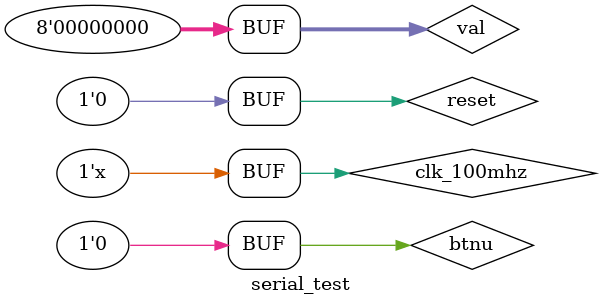
<source format=sv>
`timescale 1ns / 1ps


module serial_test(
    );
    logic clk_100mhz;
    logic reset;
    logic btnu;
    logic [7:0] val;
    logic data;
    
    serial_tx uut (.clk(clk_100mhz), .reset(reset), .trigger(btnu), .val(val), .data_out(data));
    
    always begin
        #5;  //every 5 ns switch...so period of clock is 10 ns...100 MHz clock
        clk_100mhz = !clk_100mhz;
    end
    
    initial begin
        clk_100mhz = 0;
        reset = 0;
        btnu = 0;
        #10000;
        reset = 1;
        #10;
        reset = 0;
        #40;
        val[7:0] = 8'b0000_0000;
        #10;
        btnu = 1;
        #10;
        btnu = 0;
        #500;
    end
    
endmodule

</source>
